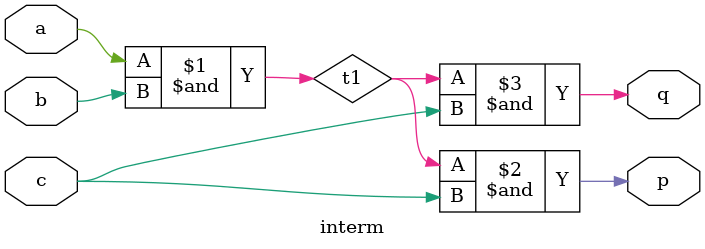
<source format=v>
module interm(
    input wire a,
    input wire b,
    input wire c,
    output wire p,
    output wire q
   
);
 wire t1;

 assign t1 = a & b;
 assign p = t1 & c;
 assign q = t1 & c;


endmodule

 
</source>
